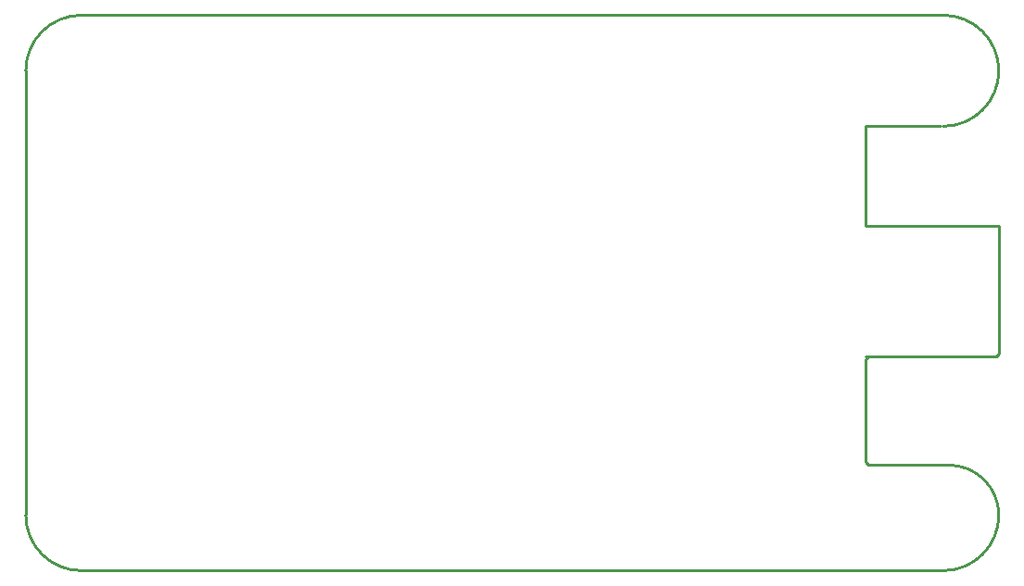
<source format=gbr>
G04 start of page 6 for group 6 idx 6 *
G04 Title: (unknown), outline *
G04 Creator: pcb 4.2.0 *
G04 CreationDate: Mon May  4 13:25:44 2020 UTC *
G04 For: xpi *
G04 Format: Gerber/RS-274X *
G04 PCB-Dimensions (mil): 3500.00 2000.00 *
G04 PCB-Coordinate-Origin: lower left *
%MOIN*%
%FSLAX25Y25*%
%LNOUTLINE*%
%ADD68C,0.0100*%
G54D68*X20000Y0D02*X330000D01*
X332000Y38000D02*X303000D01*
X302000Y39000D01*
Y76000D01*
X303000Y77000D01*
X302000D02*X349000D01*
X350000Y78000D01*
Y124000D01*
X302000D01*
Y160000D01*
X329000D02*X302000D01*
X20000Y200000D02*X330000D01*
X0Y20000D02*Y180000D01*
G75*G02X20000Y200000I20000J0D01*G01*
X330000D02*G75*G02X350000Y180000I0J-20000D01*G01*
Y20000D02*G75*G02X330000Y0I-20000J0D01*G01*
X20000D02*G75*G02X0Y20000I0J20000D01*G01*
X350000D02*G75*G03X332000Y38000I-18000J0D01*G01*
X350000Y180000D02*G75*G02X330000Y160000I-20000J0D01*G01*
M02*

</source>
